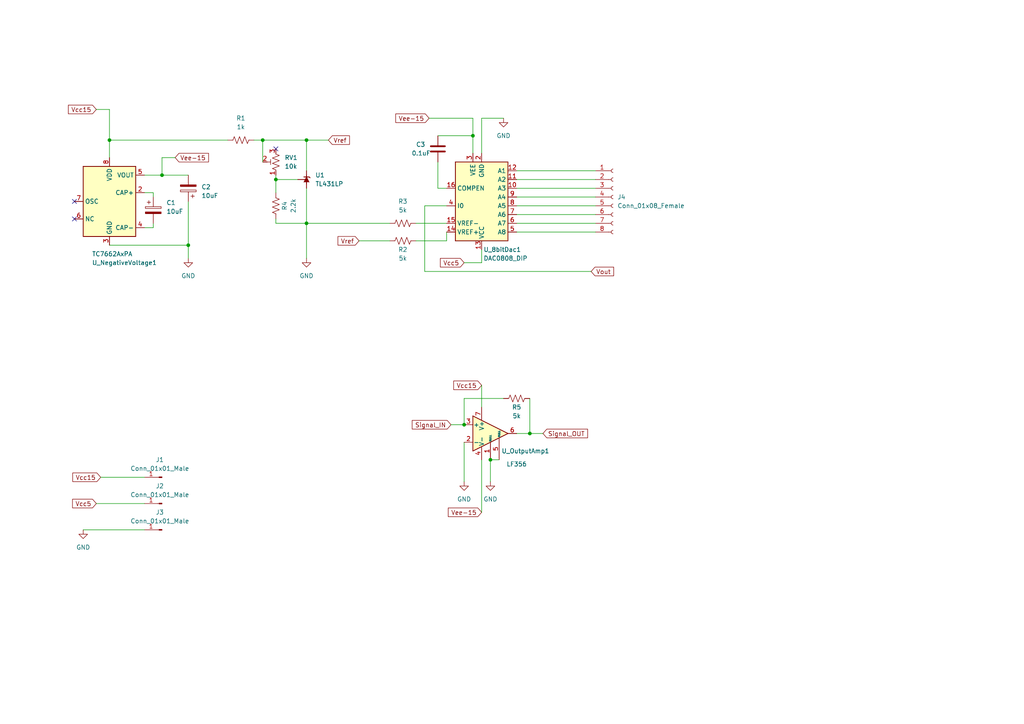
<source format=kicad_sch>
(kicad_sch (version 20211123) (generator eeschema)

  (uuid 19886775-4bd4-47f9-91c7-0c5e0c7f5299)

  (paper "A4")

  (lib_symbols
    (symbol "Amplifier_Operational:LF356" (pin_names (offset 0.127)) (in_bom yes) (on_board yes)
      (property "Reference" "U" (id 0) (at 0 6.35 0)
        (effects (font (size 1.27 1.27)) (justify left))
      )
      (property "Value" "LF356" (id 1) (at 0 3.81 0)
        (effects (font (size 1.27 1.27)) (justify left))
      )
      (property "Footprint" "" (id 2) (at 1.27 1.27 0)
        (effects (font (size 1.27 1.27)) hide)
      )
      (property "Datasheet" "http://www.ti.com/lit/ds/symlink/lf357.pdf" (id 3) (at 3.81 3.81 0)
        (effects (font (size 1.27 1.27)) hide)
      )
      (property "ki_keywords" "single jfet opamp" (id 4) (at 0 0 0)
        (effects (font (size 1.27 1.27)) hide)
      )
      (property "ki_description" "Single JFET Input Operational Amplifiers, DIP-8/SOIC-8" (id 5) (at 0 0 0)
        (effects (font (size 1.27 1.27)) hide)
      )
      (property "ki_fp_filters" "SOIC*3.9x4.9mm*P1.27mm* DIP*W7.62mm* TSSOP*3x3mm*P0.65mm*" (id 6) (at 0 0 0)
        (effects (font (size 1.27 1.27)) hide)
      )
      (symbol "LF356_0_1"
        (polyline
          (pts
            (xy -5.08 5.08)
            (xy 5.08 0)
            (xy -5.08 -5.08)
            (xy -5.08 5.08)
          )
          (stroke (width 0.254) (type default) (color 0 0 0 0))
          (fill (type background))
        )
      )
      (symbol "LF356_1_1"
        (pin input line (at 0 -7.62 90) (length 5.08)
          (name "NULL" (effects (font (size 0.508 0.508))))
          (number "1" (effects (font (size 1.27 1.27))))
        )
        (pin input line (at -7.62 -2.54 0) (length 2.54)
          (name "-" (effects (font (size 1.27 1.27))))
          (number "2" (effects (font (size 1.27 1.27))))
        )
        (pin input line (at -7.62 2.54 0) (length 2.54)
          (name "+" (effects (font (size 1.27 1.27))))
          (number "3" (effects (font (size 1.27 1.27))))
        )
        (pin power_in line (at -2.54 -7.62 90) (length 3.81)
          (name "V-" (effects (font (size 1.27 1.27))))
          (number "4" (effects (font (size 1.27 1.27))))
        )
        (pin input line (at 2.54 -7.62 90) (length 6.35)
          (name "NULL" (effects (font (size 0.508 0.508))))
          (number "5" (effects (font (size 1.27 1.27))))
        )
        (pin output line (at 7.62 0 180) (length 2.54)
          (name "~" (effects (font (size 1.27 1.27))))
          (number "6" (effects (font (size 1.27 1.27))))
        )
        (pin power_in line (at -2.54 7.62 270) (length 3.81)
          (name "V+" (effects (font (size 1.27 1.27))))
          (number "7" (effects (font (size 1.27 1.27))))
        )
        (pin no_connect line (at 0 2.54 270) (length 2.54) hide
          (name "NC" (effects (font (size 1.27 1.27))))
          (number "8" (effects (font (size 1.27 1.27))))
        )
      )
    )
    (symbol "Analog_DAC:DAC0808_DIP" (in_bom yes) (on_board yes)
      (property "Reference" "U" (id 0) (at 2.54 16.51 0)
        (effects (font (size 1.27 1.27)) (justify left))
      )
      (property "Value" "DAC0808_DIP" (id 1) (at 2.54 13.97 0)
        (effects (font (size 1.27 1.27)) (justify left))
      )
      (property "Footprint" "Package_DIP:DIP-16_W7.62mm" (id 2) (at 0 0 0)
        (effects (font (size 1.27 1.27)) hide)
      )
      (property "Datasheet" "http://www.ti.com/lit/ds/symlink/dac0808.pdf" (id 3) (at 0 0 0)
        (effects (font (size 1.27 1.27)) hide)
      )
      (property "ki_keywords" "8 bit multiplying DAC" (id 4) (at 0 0 0)
        (effects (font (size 1.27 1.27)) hide)
      )
      (property "ki_description" "8-bit multiplying DAC" (id 5) (at 0 0 0)
        (effects (font (size 1.27 1.27)) hide)
      )
      (property "ki_fp_filters" "DIP*W7.62mm*" (id 6) (at 0 0 0)
        (effects (font (size 1.27 1.27)) hide)
      )
      (symbol "DAC0808_DIP_0_0"
        (rectangle (start -7.62 -10.16) (end 7.62 12.7)
          (stroke (width 0.254) (type default) (color 0 0 0 0))
          (fill (type background))
        )
      )
      (symbol "DAC0808_DIP_1_1"
        (pin no_connect line (at 10.16 -5.08 180) (length 2.54) hide
          (name "NC" (effects (font (size 1.27 1.27))))
          (number "1" (effects (font (size 1.27 1.27))))
        )
        (pin input line (at -10.16 -2.54 0) (length 2.54)
          (name "A3" (effects (font (size 1.27 1.27))))
          (number "10" (effects (font (size 1.27 1.27))))
        )
        (pin input line (at -10.16 -5.08 0) (length 2.54)
          (name "A2" (effects (font (size 1.27 1.27))))
          (number "11" (effects (font (size 1.27 1.27))))
        )
        (pin input line (at -10.16 -7.62 0) (length 2.54)
          (name "A1" (effects (font (size 1.27 1.27))))
          (number "12" (effects (font (size 1.27 1.27))))
        )
        (pin power_in line (at 0 15.24 270) (length 2.54)
          (name "VCC" (effects (font (size 1.27 1.27))))
          (number "13" (effects (font (size 1.27 1.27))))
        )
        (pin output line (at 10.16 10.16 180) (length 2.54)
          (name "VREF+" (effects (font (size 1.27 1.27))))
          (number "14" (effects (font (size 1.27 1.27))))
        )
        (pin output line (at 10.16 7.62 180) (length 2.54)
          (name "VREF-" (effects (font (size 1.27 1.27))))
          (number "15" (effects (font (size 1.27 1.27))))
        )
        (pin passive line (at 10.16 -2.54 180) (length 2.54)
          (name "COMPEN" (effects (font (size 1.27 1.27))))
          (number "16" (effects (font (size 1.27 1.27))))
        )
        (pin power_in line (at 0 -12.7 90) (length 2.54)
          (name "GND" (effects (font (size 1.27 1.27))))
          (number "2" (effects (font (size 1.27 1.27))))
        )
        (pin power_in line (at 2.54 -12.7 90) (length 2.54)
          (name "VEE" (effects (font (size 1.27 1.27))))
          (number "3" (effects (font (size 1.27 1.27))))
        )
        (pin input line (at 10.16 2.54 180) (length 2.54)
          (name "I0" (effects (font (size 1.27 1.27))))
          (number "4" (effects (font (size 1.27 1.27))))
        )
        (pin input line (at -10.16 10.16 0) (length 2.54)
          (name "A8" (effects (font (size 1.27 1.27))))
          (number "5" (effects (font (size 1.27 1.27))))
        )
        (pin input line (at -10.16 7.62 0) (length 2.54)
          (name "A7" (effects (font (size 1.27 1.27))))
          (number "6" (effects (font (size 1.27 1.27))))
        )
        (pin input line (at -10.16 5.08 0) (length 2.54)
          (name "A6" (effects (font (size 1.27 1.27))))
          (number "7" (effects (font (size 1.27 1.27))))
        )
        (pin input line (at -10.16 2.54 0) (length 2.54)
          (name "A5" (effects (font (size 1.27 1.27))))
          (number "8" (effects (font (size 1.27 1.27))))
        )
        (pin input line (at -10.16 0 0) (length 2.54)
          (name "A4" (effects (font (size 1.27 1.27))))
          (number "9" (effects (font (size 1.27 1.27))))
        )
      )
    )
    (symbol "Connector:Conn_01x01_Male" (pin_names (offset 1.016) hide) (in_bom yes) (on_board yes)
      (property "Reference" "J" (id 0) (at 0 2.54 0)
        (effects (font (size 1.27 1.27)))
      )
      (property "Value" "Conn_01x01_Male" (id 1) (at 0 -2.54 0)
        (effects (font (size 1.27 1.27)))
      )
      (property "Footprint" "" (id 2) (at 0 0 0)
        (effects (font (size 1.27 1.27)) hide)
      )
      (property "Datasheet" "~" (id 3) (at 0 0 0)
        (effects (font (size 1.27 1.27)) hide)
      )
      (property "ki_keywords" "connector" (id 4) (at 0 0 0)
        (effects (font (size 1.27 1.27)) hide)
      )
      (property "ki_description" "Generic connector, single row, 01x01, script generated (kicad-library-utils/schlib/autogen/connector/)" (id 5) (at 0 0 0)
        (effects (font (size 1.27 1.27)) hide)
      )
      (property "ki_fp_filters" "Connector*:*" (id 6) (at 0 0 0)
        (effects (font (size 1.27 1.27)) hide)
      )
      (symbol "Conn_01x01_Male_1_1"
        (polyline
          (pts
            (xy 1.27 0)
            (xy 0.8636 0)
          )
          (stroke (width 0.1524) (type default) (color 0 0 0 0))
          (fill (type none))
        )
        (rectangle (start 0.8636 0.127) (end 0 -0.127)
          (stroke (width 0.1524) (type default) (color 0 0 0 0))
          (fill (type outline))
        )
        (pin passive line (at 5.08 0 180) (length 3.81)
          (name "Pin_1" (effects (font (size 1.27 1.27))))
          (number "1" (effects (font (size 1.27 1.27))))
        )
      )
    )
    (symbol "Connector:Conn_01x08_Female" (pin_names (offset 1.016) hide) (in_bom yes) (on_board yes)
      (property "Reference" "J" (id 0) (at 0 10.16 0)
        (effects (font (size 1.27 1.27)))
      )
      (property "Value" "Conn_01x08_Female" (id 1) (at 0 -12.7 0)
        (effects (font (size 1.27 1.27)))
      )
      (property "Footprint" "" (id 2) (at 0 0 0)
        (effects (font (size 1.27 1.27)) hide)
      )
      (property "Datasheet" "~" (id 3) (at 0 0 0)
        (effects (font (size 1.27 1.27)) hide)
      )
      (property "ki_keywords" "connector" (id 4) (at 0 0 0)
        (effects (font (size 1.27 1.27)) hide)
      )
      (property "ki_description" "Generic connector, single row, 01x08, script generated (kicad-library-utils/schlib/autogen/connector/)" (id 5) (at 0 0 0)
        (effects (font (size 1.27 1.27)) hide)
      )
      (property "ki_fp_filters" "Connector*:*_1x??_*" (id 6) (at 0 0 0)
        (effects (font (size 1.27 1.27)) hide)
      )
      (symbol "Conn_01x08_Female_1_1"
        (arc (start 0 -9.652) (mid -0.508 -10.16) (end 0 -10.668)
          (stroke (width 0.1524) (type default) (color 0 0 0 0))
          (fill (type none))
        )
        (arc (start 0 -7.112) (mid -0.508 -7.62) (end 0 -8.128)
          (stroke (width 0.1524) (type default) (color 0 0 0 0))
          (fill (type none))
        )
        (arc (start 0 -4.572) (mid -0.508 -5.08) (end 0 -5.588)
          (stroke (width 0.1524) (type default) (color 0 0 0 0))
          (fill (type none))
        )
        (arc (start 0 -2.032) (mid -0.508 -2.54) (end 0 -3.048)
          (stroke (width 0.1524) (type default) (color 0 0 0 0))
          (fill (type none))
        )
        (polyline
          (pts
            (xy -1.27 -10.16)
            (xy -0.508 -10.16)
          )
          (stroke (width 0.1524) (type default) (color 0 0 0 0))
          (fill (type none))
        )
        (polyline
          (pts
            (xy -1.27 -7.62)
            (xy -0.508 -7.62)
          )
          (stroke (width 0.1524) (type default) (color 0 0 0 0))
          (fill (type none))
        )
        (polyline
          (pts
            (xy -1.27 -5.08)
            (xy -0.508 -5.08)
          )
          (stroke (width 0.1524) (type default) (color 0 0 0 0))
          (fill (type none))
        )
        (polyline
          (pts
            (xy -1.27 -2.54)
            (xy -0.508 -2.54)
          )
          (stroke (width 0.1524) (type default) (color 0 0 0 0))
          (fill (type none))
        )
        (polyline
          (pts
            (xy -1.27 0)
            (xy -0.508 0)
          )
          (stroke (width 0.1524) (type default) (color 0 0 0 0))
          (fill (type none))
        )
        (polyline
          (pts
            (xy -1.27 2.54)
            (xy -0.508 2.54)
          )
          (stroke (width 0.1524) (type default) (color 0 0 0 0))
          (fill (type none))
        )
        (polyline
          (pts
            (xy -1.27 5.08)
            (xy -0.508 5.08)
          )
          (stroke (width 0.1524) (type default) (color 0 0 0 0))
          (fill (type none))
        )
        (polyline
          (pts
            (xy -1.27 7.62)
            (xy -0.508 7.62)
          )
          (stroke (width 0.1524) (type default) (color 0 0 0 0))
          (fill (type none))
        )
        (arc (start 0 0.508) (mid -0.508 0) (end 0 -0.508)
          (stroke (width 0.1524) (type default) (color 0 0 0 0))
          (fill (type none))
        )
        (arc (start 0 3.048) (mid -0.508 2.54) (end 0 2.032)
          (stroke (width 0.1524) (type default) (color 0 0 0 0))
          (fill (type none))
        )
        (arc (start 0 5.588) (mid -0.508 5.08) (end 0 4.572)
          (stroke (width 0.1524) (type default) (color 0 0 0 0))
          (fill (type none))
        )
        (arc (start 0 8.128) (mid -0.508 7.62) (end 0 7.112)
          (stroke (width 0.1524) (type default) (color 0 0 0 0))
          (fill (type none))
        )
        (pin passive line (at -5.08 7.62 0) (length 3.81)
          (name "Pin_1" (effects (font (size 1.27 1.27))))
          (number "1" (effects (font (size 1.27 1.27))))
        )
        (pin passive line (at -5.08 5.08 0) (length 3.81)
          (name "Pin_2" (effects (font (size 1.27 1.27))))
          (number "2" (effects (font (size 1.27 1.27))))
        )
        (pin passive line (at -5.08 2.54 0) (length 3.81)
          (name "Pin_3" (effects (font (size 1.27 1.27))))
          (number "3" (effects (font (size 1.27 1.27))))
        )
        (pin passive line (at -5.08 0 0) (length 3.81)
          (name "Pin_4" (effects (font (size 1.27 1.27))))
          (number "4" (effects (font (size 1.27 1.27))))
        )
        (pin passive line (at -5.08 -2.54 0) (length 3.81)
          (name "Pin_5" (effects (font (size 1.27 1.27))))
          (number "5" (effects (font (size 1.27 1.27))))
        )
        (pin passive line (at -5.08 -5.08 0) (length 3.81)
          (name "Pin_6" (effects (font (size 1.27 1.27))))
          (number "6" (effects (font (size 1.27 1.27))))
        )
        (pin passive line (at -5.08 -7.62 0) (length 3.81)
          (name "Pin_7" (effects (font (size 1.27 1.27))))
          (number "7" (effects (font (size 1.27 1.27))))
        )
        (pin passive line (at -5.08 -10.16 0) (length 3.81)
          (name "Pin_8" (effects (font (size 1.27 1.27))))
          (number "8" (effects (font (size 1.27 1.27))))
        )
      )
    )
    (symbol "Converter_DCDC:TC7662AxPA" (in_bom yes) (on_board yes)
      (property "Reference" "U" (id 0) (at -6.35 11.43 0)
        (effects (font (size 1.27 1.27)))
      )
      (property "Value" "TC7662AxPA" (id 1) (at 7.62 11.43 0)
        (effects (font (size 1.27 1.27)))
      )
      (property "Footprint" "Package_DIP:DIP-8_W7.62mm" (id 2) (at 2.54 -2.54 0)
        (effects (font (size 1.27 1.27)) hide)
      )
      (property "Datasheet" "http://ww1.microchip.com/downloads/en/DeviceDoc/21468B.pdf" (id 3) (at 2.54 -2.54 0)
        (effects (font (size 1.27 1.27)) hide)
      )
      (property "ki_keywords" "charge pump DC-to-DC converter" (id 4) (at 0 0 0)
        (effects (font (size 1.27 1.27)) hide)
      )
      (property "ki_description" "Charge Pump DC-to-DC Converter, 3 - 18V, 40mA, DIP-8" (id 5) (at 0 0 0)
        (effects (font (size 1.27 1.27)) hide)
      )
      (property "ki_fp_filters" "DIP*W7.62mm*" (id 6) (at 0 0 0)
        (effects (font (size 1.27 1.27)) hide)
      )
      (symbol "TC7662AxPA_0_1"
        (rectangle (start -7.62 10.16) (end 7.62 -10.16)
          (stroke (width 0.254) (type default) (color 0 0 0 0))
          (fill (type background))
        )
      )
      (symbol "TC7662AxPA_1_1"
        (pin no_connect line (at -7.62 5.08 0) (length 2.54) hide
          (name "NC" (effects (font (size 1.27 1.27))))
          (number "1" (effects (font (size 1.27 1.27))))
        )
        (pin passive line (at 10.16 2.54 180) (length 2.54)
          (name "CAP+" (effects (font (size 1.27 1.27))))
          (number "2" (effects (font (size 1.27 1.27))))
        )
        (pin power_in line (at 0 -12.7 90) (length 2.54)
          (name "GND" (effects (font (size 1.27 1.27))))
          (number "3" (effects (font (size 1.27 1.27))))
        )
        (pin passive line (at 10.16 -7.62 180) (length 2.54)
          (name "CAP-" (effects (font (size 1.27 1.27))))
          (number "4" (effects (font (size 1.27 1.27))))
        )
        (pin power_out line (at 10.16 7.62 180) (length 2.54)
          (name "VOUT" (effects (font (size 1.27 1.27))))
          (number "5" (effects (font (size 1.27 1.27))))
        )
        (pin passive line (at -10.16 -5.08 0) (length 2.54)
          (name "NC" (effects (font (size 1.27 1.27))))
          (number "6" (effects (font (size 1.27 1.27))))
        )
        (pin passive line (at -10.16 0 0) (length 2.54)
          (name "OSC" (effects (font (size 1.27 1.27))))
          (number "7" (effects (font (size 1.27 1.27))))
        )
        (pin power_in line (at 0 12.7 270) (length 2.54)
          (name "VDD" (effects (font (size 1.27 1.27))))
          (number "8" (effects (font (size 1.27 1.27))))
        )
      )
    )
    (symbol "Device:C" (pin_numbers hide) (pin_names (offset 0.254)) (in_bom yes) (on_board yes)
      (property "Reference" "C" (id 0) (at 0.635 2.54 0)
        (effects (font (size 1.27 1.27)) (justify left))
      )
      (property "Value" "C" (id 1) (at 0.635 -2.54 0)
        (effects (font (size 1.27 1.27)) (justify left))
      )
      (property "Footprint" "" (id 2) (at 0.9652 -3.81 0)
        (effects (font (size 1.27 1.27)) hide)
      )
      (property "Datasheet" "~" (id 3) (at 0 0 0)
        (effects (font (size 1.27 1.27)) hide)
      )
      (property "ki_keywords" "cap capacitor" (id 4) (at 0 0 0)
        (effects (font (size 1.27 1.27)) hide)
      )
      (property "ki_description" "Unpolarized capacitor" (id 5) (at 0 0 0)
        (effects (font (size 1.27 1.27)) hide)
      )
      (property "ki_fp_filters" "C_*" (id 6) (at 0 0 0)
        (effects (font (size 1.27 1.27)) hide)
      )
      (symbol "C_0_1"
        (polyline
          (pts
            (xy -2.032 -0.762)
            (xy 2.032 -0.762)
          )
          (stroke (width 0.508) (type default) (color 0 0 0 0))
          (fill (type none))
        )
        (polyline
          (pts
            (xy -2.032 0.762)
            (xy 2.032 0.762)
          )
          (stroke (width 0.508) (type default) (color 0 0 0 0))
          (fill (type none))
        )
      )
      (symbol "C_1_1"
        (pin passive line (at 0 3.81 270) (length 2.794)
          (name "~" (effects (font (size 1.27 1.27))))
          (number "1" (effects (font (size 1.27 1.27))))
        )
        (pin passive line (at 0 -3.81 90) (length 2.794)
          (name "~" (effects (font (size 1.27 1.27))))
          (number "2" (effects (font (size 1.27 1.27))))
        )
      )
    )
    (symbol "Device:C_Polarized" (pin_numbers hide) (pin_names (offset 0.254)) (in_bom yes) (on_board yes)
      (property "Reference" "C" (id 0) (at 0.635 2.54 0)
        (effects (font (size 1.27 1.27)) (justify left))
      )
      (property "Value" "C_Polarized" (id 1) (at 0.635 -2.54 0)
        (effects (font (size 1.27 1.27)) (justify left))
      )
      (property "Footprint" "" (id 2) (at 0.9652 -3.81 0)
        (effects (font (size 1.27 1.27)) hide)
      )
      (property "Datasheet" "~" (id 3) (at 0 0 0)
        (effects (font (size 1.27 1.27)) hide)
      )
      (property "ki_keywords" "cap capacitor" (id 4) (at 0 0 0)
        (effects (font (size 1.27 1.27)) hide)
      )
      (property "ki_description" "Polarized capacitor" (id 5) (at 0 0 0)
        (effects (font (size 1.27 1.27)) hide)
      )
      (property "ki_fp_filters" "CP_*" (id 6) (at 0 0 0)
        (effects (font (size 1.27 1.27)) hide)
      )
      (symbol "C_Polarized_0_1"
        (rectangle (start -2.286 0.508) (end 2.286 1.016)
          (stroke (width 0) (type default) (color 0 0 0 0))
          (fill (type none))
        )
        (polyline
          (pts
            (xy -1.778 2.286)
            (xy -0.762 2.286)
          )
          (stroke (width 0) (type default) (color 0 0 0 0))
          (fill (type none))
        )
        (polyline
          (pts
            (xy -1.27 2.794)
            (xy -1.27 1.778)
          )
          (stroke (width 0) (type default) (color 0 0 0 0))
          (fill (type none))
        )
        (rectangle (start 2.286 -0.508) (end -2.286 -1.016)
          (stroke (width 0) (type default) (color 0 0 0 0))
          (fill (type outline))
        )
      )
      (symbol "C_Polarized_1_1"
        (pin passive line (at 0 3.81 270) (length 2.794)
          (name "~" (effects (font (size 1.27 1.27))))
          (number "1" (effects (font (size 1.27 1.27))))
        )
        (pin passive line (at 0 -3.81 90) (length 2.794)
          (name "~" (effects (font (size 1.27 1.27))))
          (number "2" (effects (font (size 1.27 1.27))))
        )
      )
    )
    (symbol "Device:R_Potentiometer_Trim_US" (pin_names (offset 1.016) hide) (in_bom yes) (on_board yes)
      (property "Reference" "RV" (id 0) (at -4.445 0 90)
        (effects (font (size 1.27 1.27)))
      )
      (property "Value" "R_Potentiometer_Trim_US" (id 1) (at -2.54 0 90)
        (effects (font (size 1.27 1.27)))
      )
      (property "Footprint" "" (id 2) (at 0 0 0)
        (effects (font (size 1.27 1.27)) hide)
      )
      (property "Datasheet" "~" (id 3) (at 0 0 0)
        (effects (font (size 1.27 1.27)) hide)
      )
      (property "ki_keywords" "resistor variable trimpot trimmer" (id 4) (at 0 0 0)
        (effects (font (size 1.27 1.27)) hide)
      )
      (property "ki_description" "Trim-potentiometer, US symbol" (id 5) (at 0 0 0)
        (effects (font (size 1.27 1.27)) hide)
      )
      (property "ki_fp_filters" "Potentiometer*" (id 6) (at 0 0 0)
        (effects (font (size 1.27 1.27)) hide)
      )
      (symbol "R_Potentiometer_Trim_US_0_1"
        (polyline
          (pts
            (xy 0 -2.286)
            (xy 0 -2.54)
          )
          (stroke (width 0) (type default) (color 0 0 0 0))
          (fill (type none))
        )
        (polyline
          (pts
            (xy 0 2.286)
            (xy 0 2.54)
          )
          (stroke (width 0) (type default) (color 0 0 0 0))
          (fill (type none))
        )
        (polyline
          (pts
            (xy 1.524 0.762)
            (xy 1.524 -0.762)
          )
          (stroke (width 0) (type default) (color 0 0 0 0))
          (fill (type none))
        )
        (polyline
          (pts
            (xy 2.54 0)
            (xy 1.524 0)
          )
          (stroke (width 0) (type default) (color 0 0 0 0))
          (fill (type none))
        )
        (polyline
          (pts
            (xy 0 -0.762)
            (xy 1.016 -1.143)
            (xy 0 -1.524)
            (xy -1.016 -1.905)
            (xy 0 -2.286)
          )
          (stroke (width 0) (type default) (color 0 0 0 0))
          (fill (type none))
        )
        (polyline
          (pts
            (xy 0 0.762)
            (xy 1.016 0.381)
            (xy 0 0)
            (xy -1.016 -0.381)
            (xy 0 -0.762)
          )
          (stroke (width 0) (type default) (color 0 0 0 0))
          (fill (type none))
        )
        (polyline
          (pts
            (xy 0 2.286)
            (xy 1.016 1.905)
            (xy 0 1.524)
            (xy -1.016 1.143)
            (xy 0 0.762)
          )
          (stroke (width 0) (type default) (color 0 0 0 0))
          (fill (type none))
        )
      )
      (symbol "R_Potentiometer_Trim_US_1_1"
        (pin passive line (at 0 3.81 270) (length 1.27)
          (name "1" (effects (font (size 1.27 1.27))))
          (number "1" (effects (font (size 1.27 1.27))))
        )
        (pin passive line (at 3.81 0 180) (length 1.27)
          (name "2" (effects (font (size 1.27 1.27))))
          (number "2" (effects (font (size 1.27 1.27))))
        )
        (pin passive line (at 0 -3.81 90) (length 1.27)
          (name "3" (effects (font (size 1.27 1.27))))
          (number "3" (effects (font (size 1.27 1.27))))
        )
      )
    )
    (symbol "Device:R_US" (pin_numbers hide) (pin_names (offset 0)) (in_bom yes) (on_board yes)
      (property "Reference" "R" (id 0) (at 2.54 0 90)
        (effects (font (size 1.27 1.27)))
      )
      (property "Value" "R_US" (id 1) (at -2.54 0 90)
        (effects (font (size 1.27 1.27)))
      )
      (property "Footprint" "" (id 2) (at 1.016 -0.254 90)
        (effects (font (size 1.27 1.27)) hide)
      )
      (property "Datasheet" "~" (id 3) (at 0 0 0)
        (effects (font (size 1.27 1.27)) hide)
      )
      (property "ki_keywords" "R res resistor" (id 4) (at 0 0 0)
        (effects (font (size 1.27 1.27)) hide)
      )
      (property "ki_description" "Resistor, US symbol" (id 5) (at 0 0 0)
        (effects (font (size 1.27 1.27)) hide)
      )
      (property "ki_fp_filters" "R_*" (id 6) (at 0 0 0)
        (effects (font (size 1.27 1.27)) hide)
      )
      (symbol "R_US_0_1"
        (polyline
          (pts
            (xy 0 -2.286)
            (xy 0 -2.54)
          )
          (stroke (width 0) (type default) (color 0 0 0 0))
          (fill (type none))
        )
        (polyline
          (pts
            (xy 0 2.286)
            (xy 0 2.54)
          )
          (stroke (width 0) (type default) (color 0 0 0 0))
          (fill (type none))
        )
        (polyline
          (pts
            (xy 0 -0.762)
            (xy 1.016 -1.143)
            (xy 0 -1.524)
            (xy -1.016 -1.905)
            (xy 0 -2.286)
          )
          (stroke (width 0) (type default) (color 0 0 0 0))
          (fill (type none))
        )
        (polyline
          (pts
            (xy 0 0.762)
            (xy 1.016 0.381)
            (xy 0 0)
            (xy -1.016 -0.381)
            (xy 0 -0.762)
          )
          (stroke (width 0) (type default) (color 0 0 0 0))
          (fill (type none))
        )
        (polyline
          (pts
            (xy 0 2.286)
            (xy 1.016 1.905)
            (xy 0 1.524)
            (xy -1.016 1.143)
            (xy 0 0.762)
          )
          (stroke (width 0) (type default) (color 0 0 0 0))
          (fill (type none))
        )
      )
      (symbol "R_US_1_1"
        (pin passive line (at 0 3.81 270) (length 1.27)
          (name "~" (effects (font (size 1.27 1.27))))
          (number "1" (effects (font (size 1.27 1.27))))
        )
        (pin passive line (at 0 -3.81 90) (length 1.27)
          (name "~" (effects (font (size 1.27 1.27))))
          (number "2" (effects (font (size 1.27 1.27))))
        )
      )
    )
    (symbol "Reference_Voltage:TL431LP" (pin_numbers hide) (pin_names hide) (in_bom yes) (on_board yes)
      (property "Reference" "U" (id 0) (at -2.54 2.54 0)
        (effects (font (size 1.27 1.27)))
      )
      (property "Value" "TL431LP" (id 1) (at 0 -2.54 0)
        (effects (font (size 1.27 1.27)))
      )
      (property "Footprint" "Package_TO_SOT_THT:TO-92_Inline" (id 2) (at 0 -3.81 0)
        (effects (font (size 1.27 1.27) italic) hide)
      )
      (property "Datasheet" "http://www.ti.com/lit/ds/symlink/tl431.pdf" (id 3) (at 0 0 0)
        (effects (font (size 1.27 1.27) italic) hide)
      )
      (property "ki_keywords" "diode device regulator shunt" (id 4) (at 0 0 0)
        (effects (font (size 1.27 1.27)) hide)
      )
      (property "ki_description" "Shunt Regulator, TO-92" (id 5) (at 0 0 0)
        (effects (font (size 1.27 1.27)) hide)
      )
      (property "ki_fp_filters" "TO*92*" (id 6) (at 0 0 0)
        (effects (font (size 1.27 1.27)) hide)
      )
      (symbol "TL431LP_0_1"
        (polyline
          (pts
            (xy -1.27 0)
            (xy 0 0)
            (xy 1.27 0)
          )
          (stroke (width 0) (type default) (color 0 0 0 0))
          (fill (type none))
        )
        (polyline
          (pts
            (xy -0.762 0.762)
            (xy 0.762 0)
            (xy -0.762 -0.762)
          )
          (stroke (width 0) (type default) (color 0 0 0 0))
          (fill (type outline))
        )
        (polyline
          (pts
            (xy 0.508 -1.016)
            (xy 0.762 -0.762)
            (xy 0.762 0.762)
            (xy 0.762 0.762)
          )
          (stroke (width 0.254) (type default) (color 0 0 0 0))
          (fill (type none))
        )
      )
      (symbol "TL431LP_1_1"
        (pin passive line (at 0 2.54 270) (length 2.54)
          (name "REF" (effects (font (size 1.27 1.27))))
          (number "1" (effects (font (size 1.27 1.27))))
        )
        (pin passive line (at -2.54 0 0) (length 2.54)
          (name "A" (effects (font (size 1.27 1.27))))
          (number "2" (effects (font (size 1.27 1.27))))
        )
        (pin passive line (at 2.54 0 180) (length 2.54)
          (name "K" (effects (font (size 1.27 1.27))))
          (number "3" (effects (font (size 1.27 1.27))))
        )
      )
    )
    (symbol "power:GND" (power) (pin_names (offset 0)) (in_bom yes) (on_board yes)
      (property "Reference" "#PWR" (id 0) (at 0 -6.35 0)
        (effects (font (size 1.27 1.27)) hide)
      )
      (property "Value" "GND" (id 1) (at 0 -3.81 0)
        (effects (font (size 1.27 1.27)))
      )
      (property "Footprint" "" (id 2) (at 0 0 0)
        (effects (font (size 1.27 1.27)) hide)
      )
      (property "Datasheet" "" (id 3) (at 0 0 0)
        (effects (font (size 1.27 1.27)) hide)
      )
      (property "ki_keywords" "power-flag" (id 4) (at 0 0 0)
        (effects (font (size 1.27 1.27)) hide)
      )
      (property "ki_description" "Power symbol creates a global label with name \"GND\" , ground" (id 5) (at 0 0 0)
        (effects (font (size 1.27 1.27)) hide)
      )
      (symbol "GND_0_1"
        (polyline
          (pts
            (xy 0 0)
            (xy 0 -1.27)
            (xy 1.27 -1.27)
            (xy 0 -2.54)
            (xy -1.27 -1.27)
            (xy 0 -1.27)
          )
          (stroke (width 0) (type default) (color 0 0 0 0))
          (fill (type none))
        )
      )
      (symbol "GND_1_1"
        (pin power_in line (at 0 0 270) (length 0) hide
          (name "GND" (effects (font (size 1.27 1.27))))
          (number "1" (effects (font (size 1.27 1.27))))
        )
      )
    )
  )

  (junction (at 88.9 64.77) (diameter 0) (color 0 0 0 0)
    (uuid 0478bab7-e2a1-4a80-af58-d2c5b4ed57a2)
  )
  (junction (at 46.99 50.8) (diameter 0) (color 0 0 0 0)
    (uuid 13e42650-fb1e-431e-b772-53ce9e43a4c3)
  )
  (junction (at 137.16 39.37) (diameter 0) (color 0 0 0 0)
    (uuid 32a1013e-4f49-45af-9028-500a6b8451e3)
  )
  (junction (at 54.61 71.12) (diameter 0) (color 0 0 0 0)
    (uuid 39035f84-601e-4071-8bd7-69e42d6d82fb)
  )
  (junction (at 153.67 125.73) (diameter 0) (color 0 0 0 0)
    (uuid 6132faec-ac97-484e-877c-3e8980bd5ff1)
  )
  (junction (at 80.01 52.07) (diameter 0) (color 0 0 0 0)
    (uuid 6c15b299-2c26-4bb0-af95-e0c4356d5225)
  )
  (junction (at 88.9 40.64) (diameter 0) (color 0 0 0 0)
    (uuid 8a550910-2c64-42df-962b-a5ced35fd86f)
  )
  (junction (at 134.62 123.19) (diameter 0) (color 0 0 0 0)
    (uuid 8d7f56f6-1037-4356-8f46-23d79201b3ce)
  )
  (junction (at 142.24 133.35) (diameter 0) (color 0 0 0 0)
    (uuid e2e0d14d-5383-4e11-9304-af42d462511a)
  )
  (junction (at 31.75 40.64) (diameter 0) (color 0 0 0 0)
    (uuid eb12935c-177b-4d84-ac93-ed7dad0bfad0)
  )
  (junction (at 76.2 40.64) (diameter 0) (color 0 0 0 0)
    (uuid ff314a88-ff01-4f75-a0e7-7541fb0d1162)
  )

  (no_connect (at 80.01 43.18) (uuid 377efea6-b895-4a3b-a33c-f844c496b3da))
  (no_connect (at 21.59 58.42) (uuid 536b28cc-7f19-46f2-a2ad-e32c31086e3d))
  (no_connect (at 21.59 63.5) (uuid 726c095b-3f63-4051-9937-d3f205ca3239))
  (no_connect (at -88.9 97.79) (uuid db7968c8-3028-404a-966e-37f9d55a076c))

  (wire (pts (xy 127 39.37) (xy 137.16 39.37))
    (stroke (width 0) (type default) (color 0 0 0 0))
    (uuid 008eaac9-2919-45df-bab7-f68521139610)
  )
  (wire (pts (xy 153.67 125.73) (xy 157.48 125.73))
    (stroke (width 0) (type default) (color 0 0 0 0))
    (uuid 045da052-d262-4124-9acf-7d1e50d13982)
  )
  (wire (pts (xy 139.7 148.59) (xy 139.7 133.35))
    (stroke (width 0) (type default) (color 0 0 0 0))
    (uuid 0cf51ea2-bade-46dd-ba37-293c9cc82054)
  )
  (wire (pts (xy 139.7 34.29) (xy 146.05 34.29))
    (stroke (width 0) (type default) (color 0 0 0 0))
    (uuid 0eb13314-e7af-49ec-a9b1-40709bf40e63)
  )
  (wire (pts (xy 172.72 52.07) (xy 149.86 52.07))
    (stroke (width 0) (type default) (color 0 0 0 0))
    (uuid 139d71d7-2cc8-44ed-a182-d043ad23cc83)
  )
  (wire (pts (xy 76.2 46.99) (xy 76.2 40.64))
    (stroke (width 0) (type default) (color 0 0 0 0))
    (uuid 157236cb-942c-4355-8422-c6795fa06d8c)
  )
  (wire (pts (xy 142.24 139.7) (xy 142.24 133.35))
    (stroke (width 0) (type default) (color 0 0 0 0))
    (uuid 1fb44487-2761-4eb3-8cf2-86ad72eef6d0)
  )
  (wire (pts (xy 172.72 49.53) (xy 149.86 49.53))
    (stroke (width 0) (type default) (color 0 0 0 0))
    (uuid 223be0b0-0f05-43f2-9243-512749498fe7)
  )
  (wire (pts (xy 129.54 67.31) (xy 129.54 69.85))
    (stroke (width 0) (type default) (color 0 0 0 0))
    (uuid 29bd7d20-46c9-44ea-adbb-618e69d4908c)
  )
  (wire (pts (xy 130.81 123.19) (xy 134.62 123.19))
    (stroke (width 0) (type default) (color 0 0 0 0))
    (uuid 2a4a839c-62fe-4a3d-8d45-01a2f830f014)
  )
  (wire (pts (xy 44.45 55.88) (xy 44.45 57.15))
    (stroke (width 0) (type default) (color 0 0 0 0))
    (uuid 2f02fd26-0917-4c56-93b3-0bf6c3f58cdf)
  )
  (wire (pts (xy 129.54 54.61) (xy 127 54.61))
    (stroke (width 0) (type default) (color 0 0 0 0))
    (uuid 3aab2987-6976-4af6-9fb3-386bc47bce8c)
  )
  (wire (pts (xy 88.9 64.77) (xy 88.9 74.93))
    (stroke (width 0) (type default) (color 0 0 0 0))
    (uuid 3abaafc6-365d-4076-9b43-af2946a296eb)
  )
  (wire (pts (xy 31.75 31.75) (xy 31.75 40.64))
    (stroke (width 0) (type default) (color 0 0 0 0))
    (uuid 3b623e9d-7361-493b-ba5a-c81d0da578ab)
  )
  (wire (pts (xy 88.9 64.77) (xy 80.01 64.77))
    (stroke (width 0) (type default) (color 0 0 0 0))
    (uuid 4ca5d21f-7e09-4db5-bc1a-eb1065989aef)
  )
  (wire (pts (xy 41.91 50.8) (xy 46.99 50.8))
    (stroke (width 0) (type default) (color 0 0 0 0))
    (uuid 4f50d69a-6cef-4f33-b57d-629d3219bb50)
  )
  (wire (pts (xy 139.7 72.39) (xy 139.7 76.2))
    (stroke (width 0) (type default) (color 0 0 0 0))
    (uuid 54b64276-bbf1-49e4-b8b7-3bcf2dc3b4e7)
  )
  (wire (pts (xy 123.19 59.69) (xy 123.19 78.74))
    (stroke (width 0) (type default) (color 0 0 0 0))
    (uuid 59eb9eea-fb5b-42a7-8501-7bb072c8577c)
  )
  (wire (pts (xy 31.75 71.12) (xy 54.61 71.12))
    (stroke (width 0) (type default) (color 0 0 0 0))
    (uuid 5a23541b-bbb2-47f2-bdf1-ba24af373790)
  )
  (wire (pts (xy 142.24 133.35) (xy 144.78 133.35))
    (stroke (width 0) (type default) (color 0 0 0 0))
    (uuid 5e7eba1f-9ef1-4ee0-b32e-203eee8fb68c)
  )
  (wire (pts (xy 172.72 57.15) (xy 149.86 57.15))
    (stroke (width 0) (type default) (color 0 0 0 0))
    (uuid 61d9971e-57c0-437c-a61f-c3b065075ace)
  )
  (wire (pts (xy 172.72 67.31) (xy 149.86 67.31))
    (stroke (width 0) (type default) (color 0 0 0 0))
    (uuid 64089471-1e94-4ce6-a72a-4bab51ecb74e)
  )
  (wire (pts (xy 104.14 69.85) (xy 113.03 69.85))
    (stroke (width 0) (type default) (color 0 0 0 0))
    (uuid 68ce1428-4d78-467b-aa4f-d30e9600ed54)
  )
  (wire (pts (xy 80.01 63.5) (xy 80.01 64.77))
    (stroke (width 0) (type default) (color 0 0 0 0))
    (uuid 6a8a0e70-3e52-4d74-9142-9342cfd0a532)
  )
  (wire (pts (xy 127 54.61) (xy 127 46.99))
    (stroke (width 0) (type default) (color 0 0 0 0))
    (uuid 6e93d9bb-0915-4b65-a953-b9c4cdda660e)
  )
  (wire (pts (xy 172.72 64.77) (xy 149.86 64.77))
    (stroke (width 0) (type default) (color 0 0 0 0))
    (uuid 71a00498-b870-418d-93cf-e8dfe98ed918)
  )
  (wire (pts (xy 80.01 52.07) (xy 80.01 50.8))
    (stroke (width 0) (type default) (color 0 0 0 0))
    (uuid 72a8194c-dbae-4c2d-ad30-b67addd2077f)
  )
  (wire (pts (xy 50.8 45.72) (xy 46.99 45.72))
    (stroke (width 0) (type default) (color 0 0 0 0))
    (uuid 78e4412f-60dd-4133-8c30-e59c389ce6c2)
  )
  (wire (pts (xy 73.66 40.64) (xy 76.2 40.64))
    (stroke (width 0) (type default) (color 0 0 0 0))
    (uuid 7f29122e-6970-4d91-b4a1-88c15a42bdab)
  )
  (wire (pts (xy 172.72 62.23) (xy 149.86 62.23))
    (stroke (width 0) (type default) (color 0 0 0 0))
    (uuid 7f768081-11e4-4036-85a2-f35d6ca1c4f2)
  )
  (wire (pts (xy 27.94 31.75) (xy 31.75 31.75))
    (stroke (width 0) (type default) (color 0 0 0 0))
    (uuid 8187f468-7dea-4852-8900-dfb908f6c43f)
  )
  (wire (pts (xy 76.2 40.64) (xy 88.9 40.64))
    (stroke (width 0) (type default) (color 0 0 0 0))
    (uuid 844c4c3e-2b6d-4fc2-92b7-6347e48e2d40)
  )
  (wire (pts (xy 41.91 55.88) (xy 44.45 55.88))
    (stroke (width 0) (type default) (color 0 0 0 0))
    (uuid 855bf9ce-8ebb-45b4-aacc-90d8d18c5c60)
  )
  (wire (pts (xy 129.54 59.69) (xy 123.19 59.69))
    (stroke (width 0) (type default) (color 0 0 0 0))
    (uuid 85b48da7-5ed0-4ba4-84bf-cda769caa0e3)
  )
  (wire (pts (xy 88.9 40.64) (xy 95.25 40.64))
    (stroke (width 0) (type default) (color 0 0 0 0))
    (uuid 8c1d7689-13a9-4a57-9e33-f82ef843373e)
  )
  (wire (pts (xy 54.61 58.42) (xy 54.61 71.12))
    (stroke (width 0) (type default) (color 0 0 0 0))
    (uuid 8f8743f2-4dd2-45bf-a3a8-aca0b9faadc8)
  )
  (wire (pts (xy 129.54 64.77) (xy 120.65 64.77))
    (stroke (width 0) (type default) (color 0 0 0 0))
    (uuid 8ff42a37-0336-46b1-a031-7e5aa9e782ac)
  )
  (wire (pts (xy 172.72 54.61) (xy 149.86 54.61))
    (stroke (width 0) (type default) (color 0 0 0 0))
    (uuid 90b9d95b-dcc2-4cfe-8526-d4a69b491013)
  )
  (wire (pts (xy 29.21 138.43) (xy 41.91 138.43))
    (stroke (width 0) (type default) (color 0 0 0 0))
    (uuid 9d146ae3-07c3-4485-9bef-8ad158737e5a)
  )
  (wire (pts (xy 139.7 44.45) (xy 139.7 34.29))
    (stroke (width 0) (type default) (color 0 0 0 0))
    (uuid a8032516-278c-4445-a420-0abd4ff47a73)
  )
  (wire (pts (xy 137.16 34.29) (xy 137.16 39.37))
    (stroke (width 0) (type default) (color 0 0 0 0))
    (uuid aad7c812-10d3-48c0-96f5-a74cb460ca2a)
  )
  (wire (pts (xy 146.05 115.57) (xy 134.62 115.57))
    (stroke (width 0) (type default) (color 0 0 0 0))
    (uuid aecdeeef-57b9-4116-9e6d-36c80e95bcf7)
  )
  (wire (pts (xy 172.72 59.69) (xy 149.86 59.69))
    (stroke (width 0) (type default) (color 0 0 0 0))
    (uuid aee3db95-a3db-4fe8-8b58-ad1151a19f0b)
  )
  (wire (pts (xy 123.19 78.74) (xy 171.45 78.74))
    (stroke (width 0) (type default) (color 0 0 0 0))
    (uuid b006a3b0-af2f-4605-a261-a0651ad95151)
  )
  (wire (pts (xy 124.46 34.29) (xy 137.16 34.29))
    (stroke (width 0) (type default) (color 0 0 0 0))
    (uuid b150cdbd-41a6-453b-8bf7-befde96914ee)
  )
  (wire (pts (xy 139.7 111.76) (xy 139.7 118.11))
    (stroke (width 0) (type default) (color 0 0 0 0))
    (uuid b92257b2-b90c-489b-a7be-6550c765faf4)
  )
  (wire (pts (xy 44.45 64.77) (xy 44.45 66.04))
    (stroke (width 0) (type default) (color 0 0 0 0))
    (uuid bb78599f-7a2f-4514-819e-095d83c506ca)
  )
  (wire (pts (xy 120.65 69.85) (xy 129.54 69.85))
    (stroke (width 0) (type default) (color 0 0 0 0))
    (uuid bfa998b3-b9d9-43b5-9796-cdf25f61bbb5)
  )
  (wire (pts (xy 31.75 40.64) (xy 66.04 40.64))
    (stroke (width 0) (type default) (color 0 0 0 0))
    (uuid c18ae121-034b-4cb6-8ea4-815856265ebf)
  )
  (wire (pts (xy 41.91 66.04) (xy 44.45 66.04))
    (stroke (width 0) (type default) (color 0 0 0 0))
    (uuid c4350f66-a3f5-4dd1-97ac-660f4f9b59c6)
  )
  (wire (pts (xy 149.86 125.73) (xy 153.67 125.73))
    (stroke (width 0) (type default) (color 0 0 0 0))
    (uuid c457b5a5-f62a-41e2-80de-27224ac71188)
  )
  (wire (pts (xy 134.62 128.27) (xy 134.62 139.7))
    (stroke (width 0) (type default) (color 0 0 0 0))
    (uuid c51d3714-e4b3-4b11-8030-592870e03928)
  )
  (wire (pts (xy 54.61 71.12) (xy 54.61 74.93))
    (stroke (width 0) (type default) (color 0 0 0 0))
    (uuid c73edd82-d46c-4a0f-bec8-57fc590c6534)
  )
  (wire (pts (xy 88.9 54.61) (xy 88.9 64.77))
    (stroke (width 0) (type default) (color 0 0 0 0))
    (uuid ca9abd46-b484-4420-bad4-63043cabe261)
  )
  (wire (pts (xy 46.99 50.8) (xy 54.61 50.8))
    (stroke (width 0) (type default) (color 0 0 0 0))
    (uuid d22da32f-1a93-4c5a-8083-1d7b447d1771)
  )
  (wire (pts (xy 137.16 39.37) (xy 137.16 44.45))
    (stroke (width 0) (type default) (color 0 0 0 0))
    (uuid d2886232-b09e-4e36-ac7d-ab0b8f65cbe7)
  )
  (wire (pts (xy 113.03 64.77) (xy 88.9 64.77))
    (stroke (width 0) (type default) (color 0 0 0 0))
    (uuid da53279b-9f36-4bac-ab2f-9a85dcaf34da)
  )
  (wire (pts (xy 27.94 146.05) (xy 41.91 146.05))
    (stroke (width 0) (type default) (color 0 0 0 0))
    (uuid dbcba84a-7c97-4be9-8a58-855bf4d52b46)
  )
  (wire (pts (xy 24.13 153.67) (xy 41.91 153.67))
    (stroke (width 0) (type default) (color 0 0 0 0))
    (uuid dc01d7a0-1cd4-474f-9b1d-ccd1bfa8307e)
  )
  (wire (pts (xy 153.67 125.73) (xy 153.67 115.57))
    (stroke (width 0) (type default) (color 0 0 0 0))
    (uuid de12bd2f-94a3-4cb3-8b07-1d67352f37eb)
  )
  (wire (pts (xy 134.62 76.2) (xy 139.7 76.2))
    (stroke (width 0) (type default) (color 0 0 0 0))
    (uuid e7fa3186-1088-4087-aefa-e559a97f63c3)
  )
  (wire (pts (xy 88.9 40.64) (xy 88.9 49.53))
    (stroke (width 0) (type default) (color 0 0 0 0))
    (uuid f0bfe460-178f-495a-b872-3ec7f4651f94)
  )
  (wire (pts (xy 134.62 115.57) (xy 134.62 123.19))
    (stroke (width 0) (type default) (color 0 0 0 0))
    (uuid f40dc919-e762-4682-8abe-9c73143d9c21)
  )
  (wire (pts (xy 80.01 55.88) (xy 80.01 52.07))
    (stroke (width 0) (type default) (color 0 0 0 0))
    (uuid f5237951-9f2e-450e-b230-b22fef8c7651)
  )
  (wire (pts (xy 31.75 40.64) (xy 31.75 45.72))
    (stroke (width 0) (type default) (color 0 0 0 0))
    (uuid f7bd7bcc-bd38-443d-b205-dfd4f2ac975b)
  )
  (wire (pts (xy 46.99 45.72) (xy 46.99 50.8))
    (stroke (width 0) (type default) (color 0 0 0 0))
    (uuid fa80a953-a7c3-4fd9-ae72-2d92f6a4e424)
  )
  (wire (pts (xy 86.36 52.07) (xy 80.01 52.07))
    (stroke (width 0) (type default) (color 0 0 0 0))
    (uuid fb1f090a-d79a-4841-b58e-5c8891372a2b)
  )

  (global_label "Vcc5" (shape input) (at 134.62 76.2 180) (fields_autoplaced)
    (effects (font (size 1.27 1.27)) (justify right))
    (uuid 05e55b10-0009-4668-a9ef-576464858fa1)
    (property "Intersheet References" "${INTERSHEET_REFS}" (id 0) (at 127.7317 76.1206 0)
      (effects (font (size 1.27 1.27)) (justify right) hide)
    )
  )
  (global_label "Vee-15" (shape input) (at 50.8 45.72 0) (fields_autoplaced)
    (effects (font (size 1.27 1.27)) (justify left))
    (uuid 121395e0-f990-42ae-9d60-fbc8d3711000)
    (property "Intersheet References" "${INTERSHEET_REFS}" (id 0) (at 60.4702 45.6406 0)
      (effects (font (size 1.27 1.27)) (justify left) hide)
    )
  )
  (global_label "Vee-15" (shape input) (at 124.46 34.29 180) (fields_autoplaced)
    (effects (font (size 1.27 1.27)) (justify right))
    (uuid 14f4bf06-52ee-4906-9fe3-e11e2d892fe4)
    (property "Intersheet References" "${INTERSHEET_REFS}" (id 0) (at 114.7898 34.3694 0)
      (effects (font (size 1.27 1.27)) (justify right) hide)
    )
  )
  (global_label "Vcc5" (shape input) (at 27.94 146.05 180) (fields_autoplaced)
    (effects (font (size 1.27 1.27)) (justify right))
    (uuid 15ae7234-92db-4ed7-8616-bdda3c07aacb)
    (property "Intersheet References" "${INTERSHEET_REFS}" (id 0) (at 21.0517 145.9706 0)
      (effects (font (size 1.27 1.27)) (justify right) hide)
    )
  )
  (global_label "Signal_OUT" (shape input) (at 157.48 125.73 0) (fields_autoplaced)
    (effects (font (size 1.27 1.27)) (justify left))
    (uuid 2fbdf29e-c9e3-4bb5-b037-87a37648acb5)
    (property "Intersheet References" "${INTERSHEET_REFS}" (id 0) (at 170.416 125.6506 0)
      (effects (font (size 1.27 1.27)) (justify left) hide)
    )
  )
  (global_label "Vcc15" (shape input) (at 29.21 138.43 180) (fields_autoplaced)
    (effects (font (size 1.27 1.27)) (justify right))
    (uuid 47a77c95-96b7-4b04-ac79-f8fd6e59a6f4)
    (property "Intersheet References" "${INTERSHEET_REFS}" (id 0) (at 21.1121 138.3506 0)
      (effects (font (size 1.27 1.27)) (justify right) hide)
    )
  )
  (global_label "Vcc15" (shape input) (at 139.7 111.76 180) (fields_autoplaced)
    (effects (font (size 1.27 1.27)) (justify right))
    (uuid 5339b50c-d654-4c39-bc6c-b25cea7ab92a)
    (property "Intersheet References" "${INTERSHEET_REFS}" (id 0) (at 131.6021 111.6806 0)
      (effects (font (size 1.27 1.27)) (justify right) hide)
    )
  )
  (global_label "Vref" (shape input) (at 104.14 69.85 180) (fields_autoplaced)
    (effects (font (size 1.27 1.27)) (justify right))
    (uuid 6e8591e9-802b-4d05-b29b-a1b40f00c9e1)
    (property "Intersheet References" "${INTERSHEET_REFS}" (id 0) (at 98.0379 69.9294 0)
      (effects (font (size 1.27 1.27)) (justify right) hide)
    )
  )
  (global_label "Signal_IN" (shape input) (at 130.81 123.19 180) (fields_autoplaced)
    (effects (font (size 1.27 1.27)) (justify right))
    (uuid 6f77fe8c-e098-4e11-b39f-14984fc19c7b)
    (property "Intersheet References" "${INTERSHEET_REFS}" (id 0) (at 119.5674 123.1106 0)
      (effects (font (size 1.27 1.27)) (justify right) hide)
    )
  )
  (global_label "Vout" (shape input) (at 171.45 78.74 0) (fields_autoplaced)
    (effects (font (size 1.27 1.27)) (justify left))
    (uuid 7647695d-b770-4a4f-a8f5-8bd1fc04408c)
    (property "Intersheet References" "${INTERSHEET_REFS}" (id 0) (at 177.9755 78.6606 0)
      (effects (font (size 1.27 1.27)) (justify left) hide)
    )
  )
  (global_label "Vee-15" (shape input) (at 139.7 148.59 180) (fields_autoplaced)
    (effects (font (size 1.27 1.27)) (justify right))
    (uuid 766ee4ed-0cac-47f6-8e50-01f646188514)
    (property "Intersheet References" "${INTERSHEET_REFS}" (id 0) (at 130.0298 148.5106 0)
      (effects (font (size 1.27 1.27)) (justify right) hide)
    )
  )
  (global_label "Vcc15" (shape input) (at 27.94 31.75 180) (fields_autoplaced)
    (effects (font (size 1.27 1.27)) (justify right))
    (uuid d325e379-132c-42ed-aa50-4cd2de6c3a39)
    (property "Intersheet References" "${INTERSHEET_REFS}" (id 0) (at 19.8421 31.6706 0)
      (effects (font (size 1.27 1.27)) (justify right) hide)
    )
  )
  (global_label "Vref" (shape input) (at 95.25 40.64 0) (fields_autoplaced)
    (effects (font (size 1.27 1.27)) (justify left))
    (uuid e6707997-fb09-47f8-a33a-4b029c739ba9)
    (property "Intersheet References" "${INTERSHEET_REFS}" (id 0) (at 101.3521 40.5606 0)
      (effects (font (size 1.27 1.27)) (justify left) hide)
    )
  )

  (symbol (lib_id "power:GND") (at 146.05 34.29 0) (unit 1)
    (in_bom yes) (on_board yes) (fields_autoplaced)
    (uuid 006ff69c-d764-4731-a24f-89e40f88cc05)
    (property "Reference" "#PWR0103" (id 0) (at 146.05 40.64 0)
      (effects (font (size 1.27 1.27)) hide)
    )
    (property "Value" "GND" (id 1) (at 146.05 39.37 0))
    (property "Footprint" "" (id 2) (at 146.05 34.29 0)
      (effects (font (size 1.27 1.27)) hide)
    )
    (property "Datasheet" "" (id 3) (at 146.05 34.29 0)
      (effects (font (size 1.27 1.27)) hide)
    )
    (pin "1" (uuid 97b35b5c-1a8e-466a-9fb8-ab4efbe1a0d3))
  )

  (symbol (lib_id "Amplifier_Operational:LF356") (at 142.24 125.73 0) (unit 1)
    (in_bom yes) (on_board yes)
    (uuid 014b49b6-cf46-4209-b63a-05142516db67)
    (property "Reference" "U_OutputAmp1" (id 0) (at 152.4 130.81 0))
    (property "Value" "LF356" (id 1) (at 149.86 134.62 0))
    (property "Footprint" "Package_DIP:DIP-8_W7.62mm" (id 2) (at 143.51 124.46 0)
      (effects (font (size 1.27 1.27)) hide)
    )
    (property "Datasheet" "http://www.ti.com/lit/ds/symlink/lf357.pdf" (id 3) (at 146.05 121.92 0)
      (effects (font (size 1.27 1.27)) hide)
    )
    (pin "1" (uuid 9aa89132-0a52-4148-927e-00f1931aa8b2))
    (pin "2" (uuid c728c4c9-f4d3-49ec-81e7-37b7ff86edb2))
    (pin "3" (uuid f27c1308-c05c-41a0-bd05-54683aeabcd1))
    (pin "4" (uuid 4c207e29-df00-4461-a3a9-2b4e689fa5cf))
    (pin "5" (uuid 6d6aef7a-5f7c-44e3-90f9-46b8df8c7737))
    (pin "6" (uuid 444c9292-14c1-40ce-9db2-965255dde4aa))
    (pin "7" (uuid 38b94798-27b1-4b97-b6d8-f0e3be379e0f))
    (pin "8" (uuid f8b24a6b-9a38-4a9e-ad81-ecffa293a507))
  )

  (symbol (lib_id "Connector:Conn_01x01_Male") (at 46.99 153.67 180) (unit 1)
    (in_bom yes) (on_board yes) (fields_autoplaced)
    (uuid 101fe111-f068-4431-9355-ce2f45f92564)
    (property "Reference" "J3" (id 0) (at 46.355 148.59 0))
    (property "Value" "Conn_01x01_Male" (id 1) (at 46.355 151.13 0))
    (property "Footprint" "Connector_Pin:Pin_D1.3mm_L11.3mm_W2.8mm_Flat" (id 2) (at 46.99 153.67 0)
      (effects (font (size 1.27 1.27)) hide)
    )
    (property "Datasheet" "~" (id 3) (at 46.99 153.67 0)
      (effects (font (size 1.27 1.27)) hide)
    )
    (pin "1" (uuid 16c5dbc0-5e98-4713-8abc-062481b95145))
  )

  (symbol (lib_id "Connector:Conn_01x08_Female") (at 177.8 57.15 0) (unit 1)
    (in_bom yes) (on_board yes) (fields_autoplaced)
    (uuid 1058bfc1-5453-487b-81ce-755a2da2b71e)
    (property "Reference" "J4" (id 0) (at 179.07 57.1499 0)
      (effects (font (size 1.27 1.27)) (justify left))
    )
    (property "Value" "Conn_01x08_Female" (id 1) (at 179.07 59.6899 0)
      (effects (font (size 1.27 1.27)) (justify left))
    )
    (property "Footprint" "Connector_PinHeader_2.54mm:PinHeader_1x08_P2.54mm_Vertical" (id 2) (at 177.8 57.15 0)
      (effects (font (size 1.27 1.27)) hide)
    )
    (property "Datasheet" "~" (id 3) (at 177.8 57.15 0)
      (effects (font (size 1.27 1.27)) hide)
    )
    (pin "1" (uuid e4ecdb48-f65c-4679-a5ea-90185a340fba))
    (pin "2" (uuid cbd562b5-2544-4777-93ee-4f0cec479f89))
    (pin "3" (uuid 48db9362-4f35-4fa4-a35c-c9e6718b8255))
    (pin "4" (uuid 460c6b7a-0098-4ed3-94d2-df525db9c4f0))
    (pin "5" (uuid 77b8b339-8bd8-4fe7-84e2-a1c2297c12fe))
    (pin "6" (uuid 96c5df34-9c8f-45a0-b8dc-a7f8b07b6030))
    (pin "7" (uuid d1d45637-5154-4dbf-8268-8b222505cc89))
    (pin "8" (uuid 13b8694f-1e0f-4744-a891-030e88773c18))
  )

  (symbol (lib_id "Connector:Conn_01x01_Male") (at 46.99 146.05 180) (unit 1)
    (in_bom yes) (on_board yes) (fields_autoplaced)
    (uuid 1add914a-c2b7-460e-a1fd-ecc38f14c295)
    (property "Reference" "J2" (id 0) (at 46.355 140.97 0))
    (property "Value" "Conn_01x01_Male" (id 1) (at 46.355 143.51 0))
    (property "Footprint" "Connector_Pin:Pin_D1.3mm_L11.3mm_W2.8mm_Flat" (id 2) (at 46.99 146.05 0)
      (effects (font (size 1.27 1.27)) hide)
    )
    (property "Datasheet" "~" (id 3) (at 46.99 146.05 0)
      (effects (font (size 1.27 1.27)) hide)
    )
    (pin "1" (uuid 278fa3fe-53ac-442c-bfe5-303732472a62))
  )

  (symbol (lib_id "power:GND") (at 134.62 139.7 0) (unit 1)
    (in_bom yes) (on_board yes) (fields_autoplaced)
    (uuid 4c493ed5-328d-46e9-b7d1-0025b7a3267c)
    (property "Reference" "#PWR0105" (id 0) (at 134.62 146.05 0)
      (effects (font (size 1.27 1.27)) hide)
    )
    (property "Value" "GND" (id 1) (at 134.62 144.78 0))
    (property "Footprint" "" (id 2) (at 134.62 139.7 0)
      (effects (font (size 1.27 1.27)) hide)
    )
    (property "Datasheet" "" (id 3) (at 134.62 139.7 0)
      (effects (font (size 1.27 1.27)) hide)
    )
    (pin "1" (uuid f547dea8-8b1e-4e8b-abf2-1d004976ccd1))
  )

  (symbol (lib_id "Reference_Voltage:TL431LP") (at 88.9 52.07 90) (unit 1)
    (in_bom yes) (on_board yes) (fields_autoplaced)
    (uuid 528fad22-0964-4579-a936-08534bc97408)
    (property "Reference" "U1" (id 0) (at 91.44 50.7999 90)
      (effects (font (size 1.27 1.27)) (justify right))
    )
    (property "Value" "TL431LP" (id 1) (at 91.44 53.3399 90)
      (effects (font (size 1.27 1.27)) (justify right))
    )
    (property "Footprint" "Package_TO_SOT_THT:TO-92_Inline" (id 2) (at 92.71 52.07 0)
      (effects (font (size 1.27 1.27) italic) hide)
    )
    (property "Datasheet" "http://www.ti.com/lit/ds/symlink/tl431.pdf" (id 3) (at 88.9 52.07 0)
      (effects (font (size 1.27 1.27) italic) hide)
    )
    (pin "1" (uuid ba880cd5-cebe-49be-b1ac-daad558a7656))
    (pin "2" (uuid 79b77012-6ca2-45fa-bfbe-3a320c35c12e))
    (pin "3" (uuid 8568ea62-3dda-478a-8d5c-009d3c45855a))
  )

  (symbol (lib_id "Device:C_Polarized") (at 54.61 54.61 180) (unit 1)
    (in_bom yes) (on_board yes) (fields_autoplaced)
    (uuid 53f1ae71-2977-46a2-8fca-baaac4ae9557)
    (property "Reference" "C2" (id 0) (at 58.42 54.2289 0)
      (effects (font (size 1.27 1.27)) (justify right))
    )
    (property "Value" "10uF" (id 1) (at 58.42 56.7689 0)
      (effects (font (size 1.27 1.27)) (justify right))
    )
    (property "Footprint" "Capacitor_THT:CP_Radial_D5.0mm_P2.00mm" (id 2) (at 53.6448 50.8 0)
      (effects (font (size 1.27 1.27)) hide)
    )
    (property "Datasheet" "~" (id 3) (at 54.61 54.61 0)
      (effects (font (size 1.27 1.27)) hide)
    )
    (pin "1" (uuid 28082fae-8ad4-452b-aeeb-900bda30df1c))
    (pin "2" (uuid 0f98dc13-0988-4d66-b2bb-e9297ca65105))
  )

  (symbol (lib_id "Connector:Conn_01x01_Male") (at 46.99 138.43 180) (unit 1)
    (in_bom yes) (on_board yes) (fields_autoplaced)
    (uuid 56de5dff-ce21-4c14-b1ea-db5c0925b05d)
    (property "Reference" "J1" (id 0) (at 46.355 133.35 0))
    (property "Value" "Conn_01x01_Male" (id 1) (at 46.355 135.89 0))
    (property "Footprint" "Connector_Pin:Pin_D1.3mm_L11.3mm_W2.8mm_Flat" (id 2) (at 46.99 138.43 0)
      (effects (font (size 1.27 1.27)) hide)
    )
    (property "Datasheet" "~" (id 3) (at 46.99 138.43 0)
      (effects (font (size 1.27 1.27)) hide)
    )
    (pin "1" (uuid 0ea4208d-5369-4b65-933c-b2cdce0f5f78))
  )

  (symbol (lib_id "Device:C") (at 127 43.18 0) (unit 1)
    (in_bom yes) (on_board yes)
    (uuid 6ad8add0-8aed-4d77-a6ad-a2ef858debee)
    (property "Reference" "C3" (id 0) (at 120.65 41.91 0)
      (effects (font (size 1.27 1.27)) (justify left))
    )
    (property "Value" "0.1uF" (id 1) (at 119.38 44.45 0)
      (effects (font (size 1.27 1.27)) (justify left))
    )
    (property "Footprint" "Capacitor_THT:C_Disc_D5.0mm_W2.5mm_P2.50mm" (id 2) (at 127.9652 46.99 0)
      (effects (font (size 1.27 1.27)) hide)
    )
    (property "Datasheet" "~" (id 3) (at 127 43.18 0)
      (effects (font (size 1.27 1.27)) hide)
    )
    (pin "1" (uuid b853981b-be56-4e34-bbb8-ecc8fb85cd79))
    (pin "2" (uuid 252ff3f5-9dd5-4288-a90f-72e5bcdabc62))
  )

  (symbol (lib_id "Analog_DAC:DAC0808_DIP") (at 139.7 57.15 180) (unit 1)
    (in_bom yes) (on_board yes) (fields_autoplaced)
    (uuid 7072eb6d-feda-457a-9f21-a3bf66a29f31)
    (property "Reference" "U_8bitDac1" (id 0) (at 140.2206 72.39 0)
      (effects (font (size 1.27 1.27)) (justify right))
    )
    (property "Value" "DAC0808_DIP" (id 1) (at 140.2206 74.93 0)
      (effects (font (size 1.27 1.27)) (justify right))
    )
    (property "Footprint" "Package_DIP:DIP-16_W7.62mm" (id 2) (at 139.7 57.15 0)
      (effects (font (size 1.27 1.27)) hide)
    )
    (property "Datasheet" "http://www.ti.com/lit/ds/symlink/dac0808.pdf" (id 3) (at 139.7 57.15 0)
      (effects (font (size 1.27 1.27)) hide)
    )
    (pin "1" (uuid 91913ea1-76fe-4247-a7cb-56e1a9871bb0))
    (pin "10" (uuid 558d54ae-d037-4bbd-ab86-881deb4dba95))
    (pin "11" (uuid def21198-d6d1-4c90-ba77-e62c965359a0))
    (pin "12" (uuid 1672ed26-ff3a-43df-b945-267e5646c2f7))
    (pin "13" (uuid 3cd73ed4-10af-41b8-ab47-a09dbc9a2565))
    (pin "14" (uuid 2ee241e2-06d7-4ca1-bb9a-3d0b06ee9bcb))
    (pin "15" (uuid d568faf6-60e2-4679-acea-f880733ecb32))
    (pin "16" (uuid c6970a03-ea67-42b5-89cb-2318a71cd852))
    (pin "2" (uuid 0da32cc7-745c-4e00-a1f6-c0ebc334c227))
    (pin "3" (uuid 0ab98100-c72f-4ecf-b204-9ce0c5761ffb))
    (pin "4" (uuid 1cc7c896-25e2-4842-9f6d-69c1b17cee5e))
    (pin "5" (uuid c8972b50-10a1-4fb3-8397-a5a69dbedade))
    (pin "6" (uuid 255edd46-8615-4fac-a1d0-1152b42fca87))
    (pin "7" (uuid 31c27696-37ce-46a6-9211-73a04711147c))
    (pin "8" (uuid f177a232-eb63-43d2-bb37-0270c2ccb8c4))
    (pin "9" (uuid 8204137f-2125-4360-b890-f0b8826cebb2))
  )

  (symbol (lib_id "Device:R_Potentiometer_Trim_US") (at 80.01 46.99 180) (unit 1)
    (in_bom yes) (on_board yes) (fields_autoplaced)
    (uuid 70a8f1df-cc34-4cb9-8143-6f82bc0d64c9)
    (property "Reference" "RV1" (id 0) (at 82.55 45.7199 0)
      (effects (font (size 1.27 1.27)) (justify right))
    )
    (property "Value" "10k" (id 1) (at 82.55 48.2599 0)
      (effects (font (size 1.27 1.27)) (justify right))
    )
    (property "Footprint" "Potentiometer_THT:Potentiometer_Bourns_3296W_Vertical" (id 2) (at 80.01 46.99 0)
      (effects (font (size 1.27 1.27)) hide)
    )
    (property "Datasheet" "~" (id 3) (at 80.01 46.99 0)
      (effects (font (size 1.27 1.27)) hide)
    )
    (pin "1" (uuid 1c02491c-a1b7-421a-a2a2-eb9fd49ce85b))
    (pin "2" (uuid 7c4aaf17-d8b8-4045-8b02-7fc6f6b4b480))
    (pin "3" (uuid 5cee6c81-a1ac-4d54-b145-3347ade39073))
  )

  (symbol (lib_id "power:GND") (at 88.9 74.93 0) (unit 1)
    (in_bom yes) (on_board yes) (fields_autoplaced)
    (uuid 72d54014-274f-4ed0-8add-e2725a9a6a35)
    (property "Reference" "#PWR0102" (id 0) (at 88.9 81.28 0)
      (effects (font (size 1.27 1.27)) hide)
    )
    (property "Value" "GND" (id 1) (at 88.9 80.01 0))
    (property "Footprint" "" (id 2) (at 88.9 74.93 0)
      (effects (font (size 1.27 1.27)) hide)
    )
    (property "Datasheet" "" (id 3) (at 88.9 74.93 0)
      (effects (font (size 1.27 1.27)) hide)
    )
    (pin "1" (uuid 6d92296b-ff29-4bbf-8411-ddabbb526b41))
  )

  (symbol (lib_id "Device:R_US") (at 69.85 40.64 90) (unit 1)
    (in_bom yes) (on_board yes) (fields_autoplaced)
    (uuid 8f812902-1c28-44d0-85f0-9c5136887703)
    (property "Reference" "R1" (id 0) (at 69.85 34.29 90))
    (property "Value" "1k" (id 1) (at 69.85 36.83 90))
    (property "Footprint" "Resistor_THT:R_Axial_DIN0309_L9.0mm_D3.2mm_P12.70mm_Horizontal" (id 2) (at 70.104 39.624 90)
      (effects (font (size 1.27 1.27)) hide)
    )
    (property "Datasheet" "~" (id 3) (at 69.85 40.64 0)
      (effects (font (size 1.27 1.27)) hide)
    )
    (pin "1" (uuid 3e9ff730-b7f7-4746-bb81-f3570a1c3e55))
    (pin "2" (uuid c8f5713d-bec5-45a4-a6f4-9df1d95d31e6))
  )

  (symbol (lib_id "Converter_DCDC:TC7662AxPA") (at 31.75 58.42 0) (unit 1)
    (in_bom yes) (on_board yes)
    (uuid ab999047-f832-4e8f-9835-6b4e125710ed)
    (property "Reference" "U_NegativeVoltage1" (id 0) (at 26.67 76.2 0)
      (effects (font (size 1.27 1.27)) (justify left))
    )
    (property "Value" "TC7662AxPA" (id 1) (at 26.67 73.66 0)
      (effects (font (size 1.27 1.27)) (justify left))
    )
    (property "Footprint" "Package_DIP:DIP-8_W7.62mm" (id 2) (at 34.29 60.96 0)
      (effects (font (size 1.27 1.27)) hide)
    )
    (property "Datasheet" "http://ww1.microchip.com/downloads/en/DeviceDoc/21468B.pdf" (id 3) (at 34.29 60.96 0)
      (effects (font (size 1.27 1.27)) hide)
    )
    (pin "1" (uuid 78273695-4ed9-42db-a6cb-e750bc1478fb))
    (pin "2" (uuid 277a0f46-cb21-4a28-8b96-098b1a642746))
    (pin "3" (uuid baf6daf2-60b5-4a51-a56b-027f3792aba9))
    (pin "4" (uuid 161e7fee-900d-4330-8d22-96aa97ba3e2b))
    (pin "5" (uuid b1406953-3e72-49f1-9c82-90278610f99c))
    (pin "6" (uuid 156859a6-728d-4bd9-a5dd-3d00cd3ab439))
    (pin "7" (uuid 403106dd-a603-4efb-ba9c-898eaf5c4b4f))
    (pin "8" (uuid cb20e8b5-d8d1-475c-bef2-b543b70a3991))
  )

  (symbol (lib_id "power:GND") (at 142.24 139.7 0) (unit 1)
    (in_bom yes) (on_board yes) (fields_autoplaced)
    (uuid abc207a7-9012-4b23-a54b-5525d352446c)
    (property "Reference" "#PWR0106" (id 0) (at 142.24 146.05 0)
      (effects (font (size 1.27 1.27)) hide)
    )
    (property "Value" "GND" (id 1) (at 142.24 144.78 0))
    (property "Footprint" "" (id 2) (at 142.24 139.7 0)
      (effects (font (size 1.27 1.27)) hide)
    )
    (property "Datasheet" "" (id 3) (at 142.24 139.7 0)
      (effects (font (size 1.27 1.27)) hide)
    )
    (pin "1" (uuid 2cb0ee1c-e75a-4cea-b852-0f7de2466b24))
  )

  (symbol (lib_id "Device:R_US") (at 116.84 64.77 90) (unit 1)
    (in_bom yes) (on_board yes) (fields_autoplaced)
    (uuid b264c456-6f46-4ddb-bed8-581d2678a28a)
    (property "Reference" "R3" (id 0) (at 116.84 58.42 90))
    (property "Value" "5k" (id 1) (at 116.84 60.96 90))
    (property "Footprint" "Resistor_THT:R_Axial_DIN0309_L9.0mm_D3.2mm_P12.70mm_Horizontal" (id 2) (at 117.094 63.754 90)
      (effects (font (size 1.27 1.27)) hide)
    )
    (property "Datasheet" "~" (id 3) (at 116.84 64.77 0)
      (effects (font (size 1.27 1.27)) hide)
    )
    (pin "1" (uuid 919b1702-a84d-40ed-9bed-bfac053795a1))
    (pin "2" (uuid a016aea6-2ad6-49f8-91c6-3bffced1c4ef))
  )

  (symbol (lib_id "Device:R_US") (at 80.01 59.69 180) (unit 1)
    (in_bom yes) (on_board yes)
    (uuid b588eaa6-1270-41d3-81fb-2e5e80484115)
    (property "Reference" "R4" (id 0) (at 82.55 59.69 90))
    (property "Value" "2.2k" (id 1) (at 85.09 59.69 90))
    (property "Footprint" "Resistor_THT:R_Axial_DIN0309_L9.0mm_D3.2mm_P12.70mm_Horizontal" (id 2) (at 78.994 59.436 90)
      (effects (font (size 1.27 1.27)) hide)
    )
    (property "Datasheet" "~" (id 3) (at 80.01 59.69 0)
      (effects (font (size 1.27 1.27)) hide)
    )
    (pin "1" (uuid 49625ac7-9698-4281-b949-a29fa8fd7a81))
    (pin "2" (uuid eb18e74b-4812-4734-9709-84f03a64e5f4))
  )

  (symbol (lib_id "Device:R_US") (at 116.84 69.85 90) (unit 1)
    (in_bom yes) (on_board yes)
    (uuid bbd26680-49d9-4121-8f8a-bcecf1f1257a)
    (property "Reference" "R2" (id 0) (at 116.84 72.39 90))
    (property "Value" "5k" (id 1) (at 116.84 74.93 90))
    (property "Footprint" "Resistor_THT:R_Axial_DIN0309_L9.0mm_D3.2mm_P12.70mm_Horizontal" (id 2) (at 117.094 68.834 90)
      (effects (font (size 1.27 1.27)) hide)
    )
    (property "Datasheet" "~" (id 3) (at 116.84 69.85 0)
      (effects (font (size 1.27 1.27)) hide)
    )
    (pin "1" (uuid 899a3322-06a7-429b-a8f7-a5fa4b0b7a46))
    (pin "2" (uuid 4169d5f3-ec2a-4fbe-bd62-7eb571b16034))
  )

  (symbol (lib_id "Device:R_US") (at 149.86 115.57 90) (unit 1)
    (in_bom yes) (on_board yes)
    (uuid c0e816be-de59-4a7a-bedf-e06ccd9e3fd3)
    (property "Reference" "R5" (id 0) (at 149.86 118.11 90))
    (property "Value" "5k" (id 1) (at 149.86 120.65 90))
    (property "Footprint" "Resistor_THT:R_Axial_DIN0309_L9.0mm_D3.2mm_P12.70mm_Horizontal" (id 2) (at 150.114 114.554 90)
      (effects (font (size 1.27 1.27)) hide)
    )
    (property "Datasheet" "~" (id 3) (at 149.86 115.57 0)
      (effects (font (size 1.27 1.27)) hide)
    )
    (pin "1" (uuid d9bcd316-218e-42de-8550-4150df9a34aa))
    (pin "2" (uuid 09be98c3-48e5-494b-851d-dde71903a218))
  )

  (symbol (lib_id "Device:C_Polarized") (at 44.45 60.96 0) (unit 1)
    (in_bom yes) (on_board yes) (fields_autoplaced)
    (uuid dd35a359-17e5-4f36-9fc8-872a894cef83)
    (property "Reference" "C1" (id 0) (at 48.26 58.8009 0)
      (effects (font (size 1.27 1.27)) (justify left))
    )
    (property "Value" "10uF" (id 1) (at 48.26 61.3409 0)
      (effects (font (size 1.27 1.27)) (justify left))
    )
    (property "Footprint" "Capacitor_THT:CP_Radial_D5.0mm_P2.00mm" (id 2) (at 45.4152 64.77 0)
      (effects (font (size 1.27 1.27)) hide)
    )
    (property "Datasheet" "~" (id 3) (at 44.45 60.96 0)
      (effects (font (size 1.27 1.27)) hide)
    )
    (pin "1" (uuid 3d7b7de0-fa87-4043-8dd6-64612f2e5ddc))
    (pin "2" (uuid 04443042-94c0-4c50-b878-b9353f98ec3d))
  )

  (symbol (lib_id "power:GND") (at 54.61 74.93 0) (unit 1)
    (in_bom yes) (on_board yes) (fields_autoplaced)
    (uuid f6cbc7d1-2c14-4e71-8aed-7498b839e09d)
    (property "Reference" "#PWR0101" (id 0) (at 54.61 81.28 0)
      (effects (font (size 1.27 1.27)) hide)
    )
    (property "Value" "GND" (id 1) (at 54.61 80.01 0))
    (property "Footprint" "" (id 2) (at 54.61 74.93 0)
      (effects (font (size 1.27 1.27)) hide)
    )
    (property "Datasheet" "" (id 3) (at 54.61 74.93 0)
      (effects (font (size 1.27 1.27)) hide)
    )
    (pin "1" (uuid da95971e-8157-44d6-aca7-9ead4d3caf15))
  )

  (symbol (lib_id "power:GND") (at 24.13 153.67 0) (unit 1)
    (in_bom yes) (on_board yes) (fields_autoplaced)
    (uuid fe2f8eeb-9236-489b-a08a-6b04ecde2f09)
    (property "Reference" "#PWR0104" (id 0) (at 24.13 160.02 0)
      (effects (font (size 1.27 1.27)) hide)
    )
    (property "Value" "GND" (id 1) (at 24.13 158.75 0))
    (property "Footprint" "" (id 2) (at 24.13 153.67 0)
      (effects (font (size 1.27 1.27)) hide)
    )
    (property "Datasheet" "" (id 3) (at 24.13 153.67 0)
      (effects (font (size 1.27 1.27)) hide)
    )
    (pin "1" (uuid 4f9a2792-99c9-478a-88ac-0cbeccfb2999))
  )

  (sheet_instances
    (path "/" (page "1"))
  )

  (symbol_instances
    (path "/f6cbc7d1-2c14-4e71-8aed-7498b839e09d"
      (reference "#PWR0101") (unit 1) (value "GND") (footprint "")
    )
    (path "/72d54014-274f-4ed0-8add-e2725a9a6a35"
      (reference "#PWR0102") (unit 1) (value "GND") (footprint "")
    )
    (path "/006ff69c-d764-4731-a24f-89e40f88cc05"
      (reference "#PWR0103") (unit 1) (value "GND") (footprint "")
    )
    (path "/fe2f8eeb-9236-489b-a08a-6b04ecde2f09"
      (reference "#PWR0104") (unit 1) (value "GND") (footprint "")
    )
    (path "/4c493ed5-328d-46e9-b7d1-0025b7a3267c"
      (reference "#PWR0105") (unit 1) (value "GND") (footprint "")
    )
    (path "/abc207a7-9012-4b23-a54b-5525d352446c"
      (reference "#PWR0106") (unit 1) (value "GND") (footprint "")
    )
    (path "/dd35a359-17e5-4f36-9fc8-872a894cef83"
      (reference "C1") (unit 1) (value "10uF") (footprint "Capacitor_THT:CP_Radial_D5.0mm_P2.00mm")
    )
    (path "/53f1ae71-2977-46a2-8fca-baaac4ae9557"
      (reference "C2") (unit 1) (value "10uF") (footprint "Capacitor_THT:CP_Radial_D5.0mm_P2.00mm")
    )
    (path "/6ad8add0-8aed-4d77-a6ad-a2ef858debee"
      (reference "C3") (unit 1) (value "0.1uF") (footprint "Capacitor_THT:C_Disc_D5.0mm_W2.5mm_P2.50mm")
    )
    (path "/56de5dff-ce21-4c14-b1ea-db5c0925b05d"
      (reference "J1") (unit 1) (value "Conn_01x01_Male") (footprint "Connector_Pin:Pin_D1.3mm_L11.3mm_W2.8mm_Flat")
    )
    (path "/1add914a-c2b7-460e-a1fd-ecc38f14c295"
      (reference "J2") (unit 1) (value "Conn_01x01_Male") (footprint "Connector_Pin:Pin_D1.3mm_L11.3mm_W2.8mm_Flat")
    )
    (path "/101fe111-f068-4431-9355-ce2f45f92564"
      (reference "J3") (unit 1) (value "Conn_01x01_Male") (footprint "Connector_Pin:Pin_D1.3mm_L11.3mm_W2.8mm_Flat")
    )
    (path "/1058bfc1-5453-487b-81ce-755a2da2b71e"
      (reference "J4") (unit 1) (value "Conn_01x08_Female") (footprint "Connector_PinHeader_2.54mm:PinHeader_1x08_P2.54mm_Vertical")
    )
    (path "/8f812902-1c28-44d0-85f0-9c5136887703"
      (reference "R1") (unit 1) (value "1k") (footprint "Resistor_THT:R_Axial_DIN0309_L9.0mm_D3.2mm_P12.70mm_Horizontal")
    )
    (path "/bbd26680-49d9-4121-8f8a-bcecf1f1257a"
      (reference "R2") (unit 1) (value "5k") (footprint "Resistor_THT:R_Axial_DIN0309_L9.0mm_D3.2mm_P12.70mm_Horizontal")
    )
    (path "/b264c456-6f46-4ddb-bed8-581d2678a28a"
      (reference "R3") (unit 1) (value "5k") (footprint "Resistor_THT:R_Axial_DIN0309_L9.0mm_D3.2mm_P12.70mm_Horizontal")
    )
    (path "/b588eaa6-1270-41d3-81fb-2e5e80484115"
      (reference "R4") (unit 1) (value "2.2k") (footprint "Resistor_THT:R_Axial_DIN0309_L9.0mm_D3.2mm_P12.70mm_Horizontal")
    )
    (path "/c0e816be-de59-4a7a-bedf-e06ccd9e3fd3"
      (reference "R5") (unit 1) (value "5k") (footprint "Resistor_THT:R_Axial_DIN0309_L9.0mm_D3.2mm_P12.70mm_Horizontal")
    )
    (path "/70a8f1df-cc34-4cb9-8143-6f82bc0d64c9"
      (reference "RV1") (unit 1) (value "10k") (footprint "Potentiometer_THT:Potentiometer_Bourns_3296W_Vertical")
    )
    (path "/528fad22-0964-4579-a936-08534bc97408"
      (reference "U1") (unit 1) (value "TL431LP") (footprint "Package_TO_SOT_THT:TO-92_Inline")
    )
    (path "/7072eb6d-feda-457a-9f21-a3bf66a29f31"
      (reference "U_8bitDac1") (unit 1) (value "DAC0808_DIP") (footprint "Package_DIP:DIP-16_W7.62mm")
    )
    (path "/ab999047-f832-4e8f-9835-6b4e125710ed"
      (reference "U_NegativeVoltage1") (unit 1) (value "TC7662AxPA") (footprint "Package_DIP:DIP-8_W7.62mm")
    )
    (path "/014b49b6-cf46-4209-b63a-05142516db67"
      (reference "U_OutputAmp1") (unit 1) (value "LF356") (footprint "Package_DIP:DIP-8_W7.62mm")
    )
  )
)

</source>
